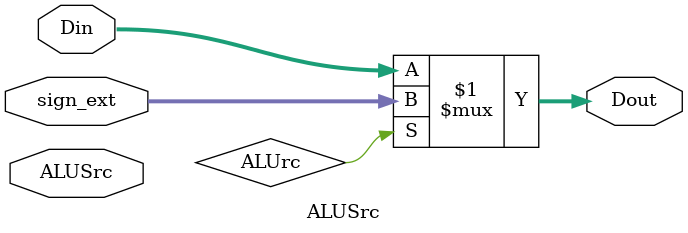
<source format=v>
`timescale 1ns / 1ps
module ALUSrc(Din, sign_ext, Dout, ALUSrc
    );

input [31:0]Din, sign_ext;
input ALUSrc;
output [31:0] Dout;

assign Dout = (ALUrc)? sign_ext:Din;

endmodule

</source>
